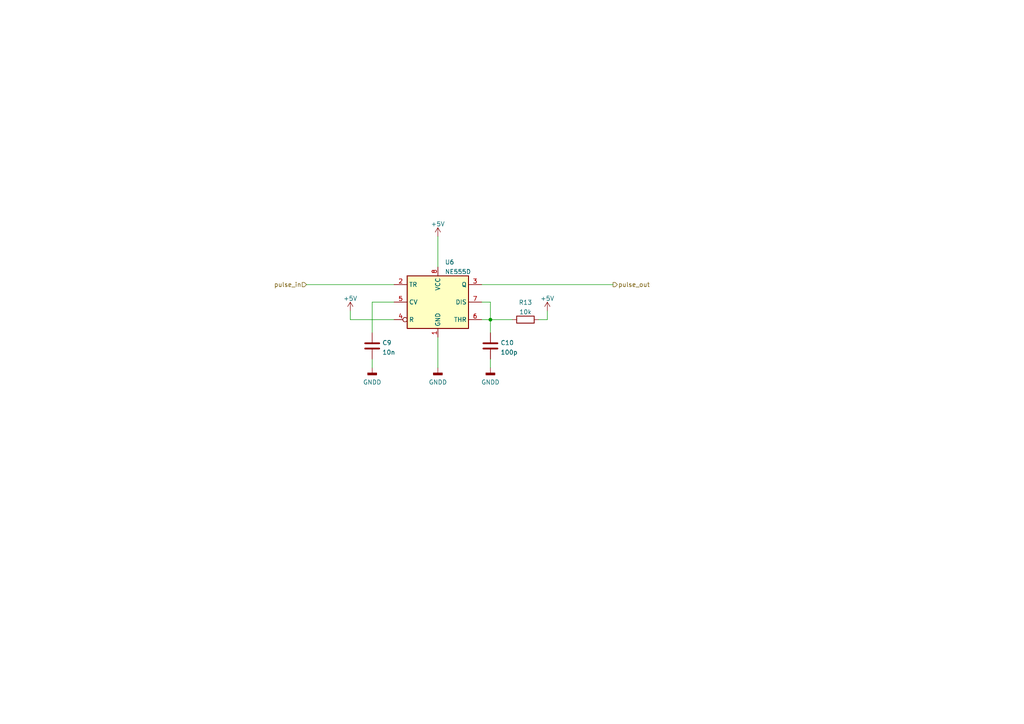
<source format=kicad_sch>
(kicad_sch (version 20211123) (generator eeschema)
  (paper "A4")
  (title_block (title "FGVCO - Core 1") (date "2022-06-30") (company "Filippo Gottardo"))
  (lib_symbols
    (symbol "Device:C" (pin_numbers hide) (pin_names (offset 0.254))
      (property "Reference" "C" (at 0.635 2.54 0))
      (property "Value" "C" (at 0.635 -2.54 0))
      (symbol "C_0_1"
        (polyline (pts (xy -2.032 -0.762) (xy 2.032 -0.762)) (stroke (width 0.508)))
        (polyline (pts (xy -2.032 0.762) (xy 2.032 0.762)) (stroke (width 0.508)))
      )
      (symbol "C_1_1"
        (pin passive line (at 0 3.81 270) (length 2.794) (name "~") (number "1"))
        (pin passive line (at 0 -3.81 90) (length 2.794) (name "~") (number "2"))
      )
    )
    (symbol "Device:R" (pin_numbers hide) (pin_names (offset 0))
      (property "Reference" "R" (at 2.032 0 90))
      (property "Value" "R" (at 0 0 90))
      (symbol "R_0_1"
        (rectangle (start -1.016 -2.54) (end 1.016 2.54) (stroke (width 0.254)))
      )
      (symbol "R_1_1"
        (pin passive line (at 0 3.81 270) (length 1.27) (name "~") (number "1"))
        (pin passive line (at 0 -3.81 90) (length 1.27) (name "~") (number "2"))
      )
    )
    (symbol "Timer:NE555D"
      (property "Reference" "U" (at -10.16 8.89 0))
      (property "Value" "NE555D" (at 2.54 8.89 0))
      (symbol "NE555D_0_0"
        (pin power_in line (at 0 -10.16 90) (length 2.54) (name "GND") (number "1"))
        (pin power_in line (at 0 10.16 270) (length 2.54) (name "VCC") (number "8"))
      )
      (symbol "NE555D_0_1"
        (rectangle (start -8.89 -7.62) (end 8.89 7.62) (stroke (width 0.254)) (fill (type background)))
        (rectangle (start -8.89 -7.62) (end 8.89 7.62) (stroke (width 0.254)) (fill (type background)))
      )
      (symbol "NE555D_1_1"
        (pin input line (at -12.7 5.08 0) (length 3.81) (name "TR") (number "2"))
        (pin output line (at 12.7 5.08 180) (length 3.81) (name "Q") (number "3"))
        (pin input inverted (at -12.7 -5.08 0) (length 3.81) (name "R") (number "4"))
        (pin input line (at -12.7 0 0) (length 3.81) (name "CV") (number "5"))
        (pin input line (at 12.7 -5.08 180) (length 3.81) (name "THR") (number "6"))
        (pin input line (at 12.7 0 180) (length 3.81) (name "DIS") (number "7"))
      )
    )
    (symbol "power:+5V" (power) (pin_names (offset 0))
      (property "Value" "+5V" (at 0 3.556 0))
      (symbol "+5V_0_1"
        (polyline (pts (xy -0.762 1.27) (xy 0 2.54)))
        (polyline (pts (xy 0 0) (xy 0 2.54)))
        (polyline (pts (xy 0 2.54) (xy 0.762 1.27)))
      )
      (symbol "+5V_1_1"
        (pin power_in line (at 0 0 90) (length 0) hide (name "+5V") (number "1"))
      )
    )
    (symbol "power:GNDD" (power) (pin_names (offset 0))
      (property "Value" "GNDD" (at 0 -3.175 0))
      (symbol "GNDD_0_1"
        (rectangle (start -1.27 -1.524) (end 1.27 -2.032) (stroke (width 0.254)) (fill (type outline)))
        (polyline (pts (xy 0 0) (xy 0 -1.524)))
      )
      (symbol "GNDD_1_1"
        (pin power_in line (at 0 0 270) (length 0) hide (name "GNDD") (number "1"))
      )
    )
  )
  (junction (at 142.24 92.71))
  (wire (pts (xy 142.24 92.71) (xy 139.7 92.71)))
  (wire (pts (xy 107.95 87.63) (xy 114.3 87.63)))
  (wire (pts (xy 139.7 87.63) (xy 142.24 87.63)))
  (wire (pts (xy 158.75 90.17) (xy 158.75 92.71)))
  (wire (pts (xy 142.24 92.71) (xy 148.59 92.71)))
  (wire (pts (xy 127 68.58) (xy 127 77.47)))
  (wire (pts (xy 127 97.79) (xy 127 106.68)))
  (wire (pts (xy 107.95 96.52) (xy 107.95 87.63)))
  (wire (pts (xy 142.24 87.63) (xy 142.24 92.71)))
  (wire (pts (xy 142.24 92.71) (xy 142.24 96.52)))
  (wire (pts (xy 88.9 82.55) (xy 114.3 82.55)))
  (wire (pts (xy 142.24 104.14) (xy 142.24 106.68)))
  (wire (pts (xy 139.7 82.55) (xy 177.8 82.55)))
  (wire (pts (xy 156.21 92.71) (xy 158.75 92.71)))
  (wire (pts (xy 101.6 90.17) (xy 101.6 92.71)))
  (wire (pts (xy 107.95 104.14) (xy 107.95 106.68)))
  (wire (pts (xy 114.3 92.71) (xy 101.6 92.71)))
  (hierarchical_label "pulse_out" (shape output) (at 177.8 82.55 0))
  (hierarchical_label "pulse_in" (shape input) (at 88.9 82.55 180))
  (symbol (lib_id "Device:C") (at 142.24 100.33 0) (unit 1)
    (property "Reference" "C10" (at 145.161 99.4215 0) (effects (justify left)))
    (property "Value" "100p" (at 145.161 102.1966 0) (effects (justify left)))
    (property "Footprint" "Custom Footprints:C_Disc_P2.54mm" (effects hide))
  )
  (symbol (lib_id "Device:C") (at 107.95 100.33 0) (unit 1)
    (property "Reference" "C9" (at 110.871 99.4215 0) (effects (justify left)))
    (property "Value" "10n" (at 110.871 102.1966 0) (effects (justify left)))
    (property "Footprint" "Custom Footprints:C_Disc_P2.54mm" (effects hide))
  )
  (symbol (lib_id "power:+5V") (at 158.75 90.17 0) (mirror y) (unit 1)
    (property "Reference" "#PWR0141" (effects hide))
    (property "Value" "+5V" (at 158.75 86.5655 0))
  )
  (symbol (lib_id "power:GNDD") (at 127 106.68 0) (unit 1)
    (property "Reference" "#PWR0137" (effects hide))
    (property "Value" "GNDD" (at 127 110.8615 0))
  )
  (symbol (lib_id "power:GNDD") (at 142.24 106.68 0) (unit 1)
    (property "Reference" "#PWR0136" (effects hide))
    (property "Value" "GNDD" (at 142.24 110.8615 0))
  )
  (symbol (lib_id "power:+5V") (at 101.6 90.17 0) (unit 1)
    (property "Reference" "#PWR0140" (effects hide))
    (property "Value" "+5V" (at 101.6 86.5655 0))
  )
  (symbol (lib_id "power:GNDD") (at 107.95 106.68 0) (unit 1)
    (property "Reference" "#PWR0138" (effects hide))
    (property "Value" "GNDD" (at 107.95 110.8615 0))
  )
  (symbol (lib_id "Device:R") (at 152.4 92.71 90) (unit 1)
    (property "Reference" "R13" (at 152.4 87.7275 90))
    (property "Value" "10k" (at 152.4 90.5026 90))
    (property "Footprint" "Resistor_THT:R_Axial_DIN0207_L6.3mm_D2.5mm_P10.16mm_Horizontal" (effects hide))
  )
  (symbol (lib_id "Timer:NE555D") (at 127 87.63 0) (unit 1)
    (property "Reference" "U6" (at 129.0194 76.0435 0) (effects (justify left)))
    (property "Value" "NE555D" (at 129.0194 78.8186 0) (effects (justify left)))
    (property "Footprint" "Custom Footprints:DIP-8_central_caps" (effects hide))
    (property "Datasheet" "http://www.ti.com/lit/ds/symlink/ne555.pdf" (effects hide))
  )
  (symbol (lib_id "power:+5V") (at 127 68.58 0) (unit 1)
    (property "Reference" "#PWR0139" (effects hide))
    (property "Value" "+5V" (at 127 64.9755 0))
  )
)
</source>
